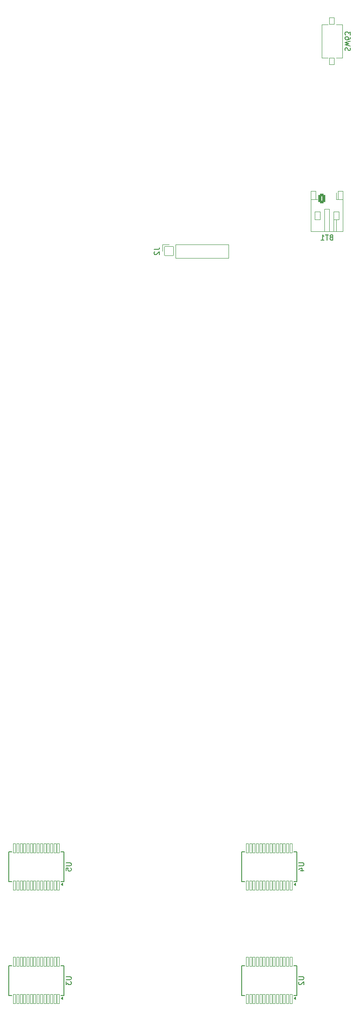
<source format=gbr>
%TF.GenerationSoftware,KiCad,Pcbnew,8.0.7*%
%TF.CreationDate,2024-12-27T14:43:48-05:00*%
%TF.ProjectId,rp2040-programmer-calculator,72703230-3430-42d7-9072-6f6772616d6d,rev?*%
%TF.SameCoordinates,Original*%
%TF.FileFunction,Legend,Bot*%
%TF.FilePolarity,Positive*%
%FSLAX46Y46*%
G04 Gerber Fmt 4.6, Leading zero omitted, Abs format (unit mm)*
G04 Created by KiCad (PCBNEW 8.0.7) date 2024-12-27 14:43:48*
%MOMM*%
%LPD*%
G01*
G04 APERTURE LIST*
G04 Aperture macros list*
%AMRoundRect*
0 Rectangle with rounded corners*
0 $1 Rounding radius*
0 $2 $3 $4 $5 $6 $7 $8 $9 X,Y pos of 4 corners*
0 Add a 4 corners polygon primitive as box body*
4,1,4,$2,$3,$4,$5,$6,$7,$8,$9,$2,$3,0*
0 Add four circle primitives for the rounded corners*
1,1,$1+$1,$2,$3*
1,1,$1+$1,$4,$5*
1,1,$1+$1,$6,$7*
1,1,$1+$1,$8,$9*
0 Add four rect primitives between the rounded corners*
20,1,$1+$1,$2,$3,$4,$5,0*
20,1,$1+$1,$4,$5,$6,$7,0*
20,1,$1+$1,$6,$7,$8,$9,0*
20,1,$1+$1,$8,$9,$2,$3,0*%
G04 Aperture macros list end*
%ADD10C,0.150000*%
%ADD11C,0.120000*%
%ADD12C,0.100000*%
%ADD13C,1.777800*%
%ADD14C,3.505000*%
%ADD15C,1.066600*%
%ADD16C,2.108000*%
%ADD17RoundRect,0.038000X0.850000X-0.850000X0.850000X0.850000X-0.850000X0.850000X-0.850000X-0.850000X0*%
%ADD18O,1.776000X1.776000*%
%ADD19C,0.726000*%
%ADD20O,2.176000X1.076000*%
%ADD21O,1.876000X1.076000*%
%ADD22RoundRect,0.038000X0.500000X-0.625000X0.500000X0.625000X-0.500000X0.625000X-0.500000X-0.625000X0*%
%ADD23RoundRect,0.265833X0.372167X0.647167X-0.372167X0.647167X-0.372167X-0.647167X0.372167X-0.647167X0*%
%ADD24O,1.276000X1.826000*%
%ADD25RoundRect,0.038000X0.225000X-0.875000X0.225000X0.875000X-0.225000X0.875000X-0.225000X-0.875000X0*%
%ADD26RoundRect,0.038000X-0.850000X0.850000X-0.850000X-0.850000X0.850000X-0.850000X0.850000X0.850000X0*%
G04 APERTURE END LIST*
D10*
X123241800Y-36405523D02*
X123194180Y-36262666D01*
X123194180Y-36262666D02*
X123194180Y-36024571D01*
X123194180Y-36024571D02*
X123241800Y-35929333D01*
X123241800Y-35929333D02*
X123289419Y-35881714D01*
X123289419Y-35881714D02*
X123384657Y-35834095D01*
X123384657Y-35834095D02*
X123479895Y-35834095D01*
X123479895Y-35834095D02*
X123575133Y-35881714D01*
X123575133Y-35881714D02*
X123622752Y-35929333D01*
X123622752Y-35929333D02*
X123670371Y-36024571D01*
X123670371Y-36024571D02*
X123717990Y-36215047D01*
X123717990Y-36215047D02*
X123765609Y-36310285D01*
X123765609Y-36310285D02*
X123813228Y-36357904D01*
X123813228Y-36357904D02*
X123908466Y-36405523D01*
X123908466Y-36405523D02*
X124003704Y-36405523D01*
X124003704Y-36405523D02*
X124098942Y-36357904D01*
X124098942Y-36357904D02*
X124146561Y-36310285D01*
X124146561Y-36310285D02*
X124194180Y-36215047D01*
X124194180Y-36215047D02*
X124194180Y-35976952D01*
X124194180Y-35976952D02*
X124146561Y-35834095D01*
X124194180Y-35500761D02*
X123194180Y-35262666D01*
X123194180Y-35262666D02*
X123908466Y-35072190D01*
X123908466Y-35072190D02*
X123194180Y-34881714D01*
X123194180Y-34881714D02*
X124194180Y-34643619D01*
X124194180Y-33834095D02*
X124194180Y-34024571D01*
X124194180Y-34024571D02*
X124146561Y-34119809D01*
X124146561Y-34119809D02*
X124098942Y-34167428D01*
X124098942Y-34167428D02*
X123956085Y-34262666D01*
X123956085Y-34262666D02*
X123765609Y-34310285D01*
X123765609Y-34310285D02*
X123384657Y-34310285D01*
X123384657Y-34310285D02*
X123289419Y-34262666D01*
X123289419Y-34262666D02*
X123241800Y-34215047D01*
X123241800Y-34215047D02*
X123194180Y-34119809D01*
X123194180Y-34119809D02*
X123194180Y-33929333D01*
X123194180Y-33929333D02*
X123241800Y-33834095D01*
X123241800Y-33834095D02*
X123289419Y-33786476D01*
X123289419Y-33786476D02*
X123384657Y-33738857D01*
X123384657Y-33738857D02*
X123622752Y-33738857D01*
X123622752Y-33738857D02*
X123717990Y-33786476D01*
X123717990Y-33786476D02*
X123765609Y-33834095D01*
X123765609Y-33834095D02*
X123813228Y-33929333D01*
X123813228Y-33929333D02*
X123813228Y-34119809D01*
X123813228Y-34119809D02*
X123765609Y-34215047D01*
X123765609Y-34215047D02*
X123717990Y-34262666D01*
X123717990Y-34262666D02*
X123622752Y-34310285D01*
X124194180Y-33405523D02*
X124194180Y-32786476D01*
X124194180Y-32786476D02*
X123813228Y-33119809D01*
X123813228Y-33119809D02*
X123813228Y-32976952D01*
X123813228Y-32976952D02*
X123765609Y-32881714D01*
X123765609Y-32881714D02*
X123717990Y-32834095D01*
X123717990Y-32834095D02*
X123622752Y-32786476D01*
X123622752Y-32786476D02*
X123384657Y-32786476D01*
X123384657Y-32786476D02*
X123289419Y-32834095D01*
X123289419Y-32834095D02*
X123241800Y-32881714D01*
X123241800Y-32881714D02*
X123194180Y-32976952D01*
X123194180Y-32976952D02*
X123194180Y-33262666D01*
X123194180Y-33262666D02*
X123241800Y-33357904D01*
X123241800Y-33357904D02*
X123289419Y-33405523D01*
X120485714Y-72481009D02*
X120342857Y-72528628D01*
X120342857Y-72528628D02*
X120295238Y-72576247D01*
X120295238Y-72576247D02*
X120247619Y-72671485D01*
X120247619Y-72671485D02*
X120247619Y-72814342D01*
X120247619Y-72814342D02*
X120295238Y-72909580D01*
X120295238Y-72909580D02*
X120342857Y-72957200D01*
X120342857Y-72957200D02*
X120438095Y-73004819D01*
X120438095Y-73004819D02*
X120819047Y-73004819D01*
X120819047Y-73004819D02*
X120819047Y-72004819D01*
X120819047Y-72004819D02*
X120485714Y-72004819D01*
X120485714Y-72004819D02*
X120390476Y-72052438D01*
X120390476Y-72052438D02*
X120342857Y-72100057D01*
X120342857Y-72100057D02*
X120295238Y-72195295D01*
X120295238Y-72195295D02*
X120295238Y-72290533D01*
X120295238Y-72290533D02*
X120342857Y-72385771D01*
X120342857Y-72385771D02*
X120390476Y-72433390D01*
X120390476Y-72433390D02*
X120485714Y-72481009D01*
X120485714Y-72481009D02*
X120819047Y-72481009D01*
X119961904Y-72004819D02*
X119390476Y-72004819D01*
X119676190Y-73004819D02*
X119676190Y-72004819D01*
X118533333Y-73004819D02*
X119104761Y-73004819D01*
X118819047Y-73004819D02*
X118819047Y-72004819D01*
X118819047Y-72004819D02*
X118914285Y-72147676D01*
X118914285Y-72147676D02*
X119009523Y-72242914D01*
X119009523Y-72242914D02*
X119104761Y-72290533D01*
X114204819Y-215363095D02*
X115014342Y-215363095D01*
X115014342Y-215363095D02*
X115109580Y-215410714D01*
X115109580Y-215410714D02*
X115157200Y-215458333D01*
X115157200Y-215458333D02*
X115204819Y-215553571D01*
X115204819Y-215553571D02*
X115204819Y-215744047D01*
X115204819Y-215744047D02*
X115157200Y-215839285D01*
X115157200Y-215839285D02*
X115109580Y-215886904D01*
X115109580Y-215886904D02*
X115014342Y-215934523D01*
X115014342Y-215934523D02*
X114204819Y-215934523D01*
X114300057Y-216363095D02*
X114252438Y-216410714D01*
X114252438Y-216410714D02*
X114204819Y-216505952D01*
X114204819Y-216505952D02*
X114204819Y-216744047D01*
X114204819Y-216744047D02*
X114252438Y-216839285D01*
X114252438Y-216839285D02*
X114300057Y-216886904D01*
X114300057Y-216886904D02*
X114395295Y-216934523D01*
X114395295Y-216934523D02*
X114490533Y-216934523D01*
X114490533Y-216934523D02*
X114633390Y-216886904D01*
X114633390Y-216886904D02*
X115204819Y-216315476D01*
X115204819Y-216315476D02*
X115204819Y-216934523D01*
X69204819Y-215363095D02*
X70014342Y-215363095D01*
X70014342Y-215363095D02*
X70109580Y-215410714D01*
X70109580Y-215410714D02*
X70157200Y-215458333D01*
X70157200Y-215458333D02*
X70204819Y-215553571D01*
X70204819Y-215553571D02*
X70204819Y-215744047D01*
X70204819Y-215744047D02*
X70157200Y-215839285D01*
X70157200Y-215839285D02*
X70109580Y-215886904D01*
X70109580Y-215886904D02*
X70014342Y-215934523D01*
X70014342Y-215934523D02*
X69204819Y-215934523D01*
X69204819Y-216315476D02*
X69204819Y-216934523D01*
X69204819Y-216934523D02*
X69585771Y-216601190D01*
X69585771Y-216601190D02*
X69585771Y-216744047D01*
X69585771Y-216744047D02*
X69633390Y-216839285D01*
X69633390Y-216839285D02*
X69681009Y-216886904D01*
X69681009Y-216886904D02*
X69776247Y-216934523D01*
X69776247Y-216934523D02*
X70014342Y-216934523D01*
X70014342Y-216934523D02*
X70109580Y-216886904D01*
X70109580Y-216886904D02*
X70157200Y-216839285D01*
X70157200Y-216839285D02*
X70204819Y-216744047D01*
X70204819Y-216744047D02*
X70204819Y-216458333D01*
X70204819Y-216458333D02*
X70157200Y-216363095D01*
X70157200Y-216363095D02*
X70109580Y-216315476D01*
X86278819Y-74850666D02*
X86993104Y-74850666D01*
X86993104Y-74850666D02*
X87135961Y-74803047D01*
X87135961Y-74803047D02*
X87231200Y-74707809D01*
X87231200Y-74707809D02*
X87278819Y-74564952D01*
X87278819Y-74564952D02*
X87278819Y-74469714D01*
X86374057Y-75279238D02*
X86326438Y-75326857D01*
X86326438Y-75326857D02*
X86278819Y-75422095D01*
X86278819Y-75422095D02*
X86278819Y-75660190D01*
X86278819Y-75660190D02*
X86326438Y-75755428D01*
X86326438Y-75755428D02*
X86374057Y-75803047D01*
X86374057Y-75803047D02*
X86469295Y-75850666D01*
X86469295Y-75850666D02*
X86564533Y-75850666D01*
X86564533Y-75850666D02*
X86707390Y-75803047D01*
X86707390Y-75803047D02*
X87278819Y-75231619D01*
X87278819Y-75231619D02*
X87278819Y-75850666D01*
X69204819Y-193363095D02*
X70014342Y-193363095D01*
X70014342Y-193363095D02*
X70109580Y-193410714D01*
X70109580Y-193410714D02*
X70157200Y-193458333D01*
X70157200Y-193458333D02*
X70204819Y-193553571D01*
X70204819Y-193553571D02*
X70204819Y-193744047D01*
X70204819Y-193744047D02*
X70157200Y-193839285D01*
X70157200Y-193839285D02*
X70109580Y-193886904D01*
X70109580Y-193886904D02*
X70014342Y-193934523D01*
X70014342Y-193934523D02*
X69204819Y-193934523D01*
X69204819Y-194886904D02*
X69204819Y-194410714D01*
X69204819Y-194410714D02*
X69681009Y-194363095D01*
X69681009Y-194363095D02*
X69633390Y-194410714D01*
X69633390Y-194410714D02*
X69585771Y-194505952D01*
X69585771Y-194505952D02*
X69585771Y-194744047D01*
X69585771Y-194744047D02*
X69633390Y-194839285D01*
X69633390Y-194839285D02*
X69681009Y-194886904D01*
X69681009Y-194886904D02*
X69776247Y-194934523D01*
X69776247Y-194934523D02*
X70014342Y-194934523D01*
X70014342Y-194934523D02*
X70109580Y-194886904D01*
X70109580Y-194886904D02*
X70157200Y-194839285D01*
X70157200Y-194839285D02*
X70204819Y-194744047D01*
X70204819Y-194744047D02*
X70204819Y-194505952D01*
X70204819Y-194505952D02*
X70157200Y-194410714D01*
X70157200Y-194410714D02*
X70109580Y-194363095D01*
X114204819Y-193363095D02*
X115014342Y-193363095D01*
X115014342Y-193363095D02*
X115109580Y-193410714D01*
X115109580Y-193410714D02*
X115157200Y-193458333D01*
X115157200Y-193458333D02*
X115204819Y-193553571D01*
X115204819Y-193553571D02*
X115204819Y-193744047D01*
X115204819Y-193744047D02*
X115157200Y-193839285D01*
X115157200Y-193839285D02*
X115109580Y-193886904D01*
X115109580Y-193886904D02*
X115014342Y-193934523D01*
X115014342Y-193934523D02*
X114204819Y-193934523D01*
X114538152Y-194839285D02*
X115204819Y-194839285D01*
X114157200Y-194601190D02*
X114871485Y-194363095D01*
X114871485Y-194363095D02*
X114871485Y-194982142D01*
D11*
%TO.C,SW63*%
X118649000Y-31396000D02*
X118649000Y-37796000D01*
X118649000Y-37796000D02*
X119849000Y-37796000D01*
X119849000Y-31396000D02*
X118649000Y-31396000D01*
X121449000Y-37796000D02*
X122649000Y-37796000D01*
X122649000Y-31396000D02*
X121449000Y-31396000D01*
X122649000Y-37796000D02*
X122649000Y-31396000D01*
%TO.C,BT1*%
X116590000Y-63540000D02*
X116590000Y-71360000D01*
X116590000Y-71360000D02*
X122710000Y-71360000D01*
X117350000Y-67500000D02*
X118350000Y-67500000D01*
X117350000Y-69100000D02*
X117350000Y-67500000D01*
X117510000Y-63540000D02*
X116590000Y-63540000D01*
X117510000Y-65140000D02*
X116590000Y-65140000D01*
X117510000Y-65140000D02*
X117510000Y-63540000D01*
X117790000Y-65140000D02*
X117510000Y-65140000D01*
X118350000Y-67500000D02*
X118350000Y-69100000D01*
X118350000Y-69100000D02*
X117350000Y-69100000D01*
X119150000Y-67000000D02*
X120150000Y-67000000D01*
X119150000Y-71360000D02*
X119150000Y-67000000D01*
X120150000Y-67000000D02*
X120150000Y-71360000D01*
X120950000Y-67500000D02*
X120950000Y-69100000D01*
X120950000Y-69100000D02*
X121950000Y-69100000D01*
X120950000Y-71360000D02*
X120950000Y-69100000D01*
X121450000Y-71360000D02*
X121450000Y-69100000D01*
X121510000Y-63925000D02*
X121510000Y-65140000D01*
X121790000Y-63540000D02*
X121790000Y-65140000D01*
X121790000Y-65140000D02*
X121510000Y-65140000D01*
X121790000Y-65140000D02*
X122710000Y-65140000D01*
X121950000Y-67500000D02*
X120950000Y-67500000D01*
X121950000Y-69100000D02*
X121950000Y-67500000D01*
X122710000Y-63540000D02*
X121790000Y-63540000D01*
X122710000Y-71360000D02*
X122710000Y-63540000D01*
D10*
%TO.C,U2*%
X103175000Y-213250000D02*
X103175000Y-219000000D01*
X103175000Y-213250000D02*
X103750000Y-213250000D01*
X103175000Y-219000000D02*
X103750000Y-219000000D01*
X113250000Y-213250000D02*
X113825000Y-213250000D01*
X113250000Y-219000000D02*
X113825000Y-219000000D01*
X113825000Y-213250000D02*
X113825000Y-219000000D01*
D11*
X113580000Y-219740000D02*
X113250000Y-219500000D01*
X113580000Y-219260000D01*
X113580000Y-219740000D01*
G36*
X113580000Y-219740000D02*
G01*
X113250000Y-219500000D01*
X113580000Y-219260000D01*
X113580000Y-219740000D01*
G37*
D10*
%TO.C,U3*%
X58175000Y-213250000D02*
X58175000Y-219000000D01*
X58175000Y-213250000D02*
X58750000Y-213250000D01*
X58175000Y-219000000D02*
X58750000Y-219000000D01*
X68250000Y-213250000D02*
X68825000Y-213250000D01*
X68250000Y-219000000D02*
X68825000Y-219000000D01*
X68825000Y-213250000D02*
X68825000Y-219000000D01*
D11*
X68580000Y-219740000D02*
X68250000Y-219500000D01*
X68580000Y-219260000D01*
X68580000Y-219740000D01*
G36*
X68580000Y-219740000D02*
G01*
X68250000Y-219500000D01*
X68580000Y-219260000D01*
X68580000Y-219740000D01*
G37*
D12*
%TO.C,J2*%
X87824000Y-73854000D02*
X89154000Y-73854000D01*
X87824000Y-75184000D02*
X87824000Y-73854000D01*
X90424000Y-76514000D02*
X90424000Y-73854000D01*
X100644000Y-73854000D02*
X90424000Y-73854000D01*
X100644000Y-76514000D02*
X90424000Y-76514000D01*
X100644000Y-76514000D02*
X100644000Y-73854000D01*
D10*
%TO.C,U5*%
X58175000Y-191250000D02*
X58175000Y-197000000D01*
X58175000Y-191250000D02*
X58750000Y-191250000D01*
X58175000Y-197000000D02*
X58750000Y-197000000D01*
X68250000Y-191250000D02*
X68825000Y-191250000D01*
X68250000Y-197000000D02*
X68825000Y-197000000D01*
X68825000Y-191250000D02*
X68825000Y-197000000D01*
D11*
X68580000Y-197740000D02*
X68250000Y-197500000D01*
X68580000Y-197260000D01*
X68580000Y-197740000D01*
G36*
X68580000Y-197740000D02*
G01*
X68250000Y-197500000D01*
X68580000Y-197260000D01*
X68580000Y-197740000D01*
G37*
D10*
%TO.C,U4*%
X103175000Y-191250000D02*
X103175000Y-197000000D01*
X103175000Y-191250000D02*
X103750000Y-191250000D01*
X103175000Y-197000000D02*
X103750000Y-197000000D01*
X113250000Y-191250000D02*
X113825000Y-191250000D01*
X113250000Y-197000000D02*
X113825000Y-197000000D01*
X113825000Y-191250000D02*
X113825000Y-197000000D01*
D11*
X113580000Y-197740000D02*
X113250000Y-197500000D01*
X113580000Y-197260000D01*
X113580000Y-197740000D01*
G36*
X113580000Y-197740000D02*
G01*
X113250000Y-197500000D01*
X113580000Y-197260000D01*
X113580000Y-197740000D01*
G37*
%TD*%
%LPC*%
D13*
%TO.C,SW53*%
X44500000Y-158000000D03*
D14*
X50000000Y-158000000D03*
D15*
X55220000Y-153800000D03*
D13*
X55500000Y-158000000D03*
D16*
X50000000Y-163900000D03*
X45000000Y-161800000D03*
%TD*%
D13*
%TO.C,SW55*%
X80500000Y-158000000D03*
D14*
X86000000Y-158000000D03*
D15*
X91220000Y-153800000D03*
D13*
X91500000Y-158000000D03*
D16*
X86000000Y-163900000D03*
X81000000Y-161800000D03*
%TD*%
D13*
%TO.C,SW59*%
X62500000Y-175000000D03*
D14*
X68000000Y-175000000D03*
D15*
X73220000Y-170800000D03*
D13*
X73500000Y-175000000D03*
D16*
X68000000Y-180900000D03*
X63000000Y-178800000D03*
%TD*%
D13*
%TO.C,SW46*%
X98500000Y-124000000D03*
D14*
X104000000Y-124000000D03*
D15*
X109220000Y-119800000D03*
D13*
X109500000Y-124000000D03*
D16*
X104000000Y-129900000D03*
X99000000Y-127800000D03*
%TD*%
D13*
%TO.C,SW40*%
X80500000Y-107000000D03*
D14*
X86000000Y-107000000D03*
D15*
X91220000Y-102800000D03*
D13*
X91500000Y-107000000D03*
D16*
X86000000Y-112900000D03*
X81000000Y-110800000D03*
%TD*%
D13*
%TO.C,SW48*%
X44500000Y-141000000D03*
D14*
X50000000Y-141000000D03*
D15*
X55220000Y-136800000D03*
D13*
X55500000Y-141000000D03*
D16*
X50000000Y-146900000D03*
X45000000Y-144800000D03*
%TD*%
D13*
%TO.C,SW49*%
X62500000Y-141000000D03*
D14*
X68000000Y-141000000D03*
D15*
X73220000Y-136800000D03*
D13*
X73500000Y-141000000D03*
D16*
X68000000Y-146900000D03*
X63000000Y-144800000D03*
%TD*%
D13*
%TO.C,SW42*%
X116500000Y-107000000D03*
D14*
X122000000Y-107000000D03*
D15*
X127220000Y-102800000D03*
D13*
X127500000Y-107000000D03*
D16*
X122000000Y-112900000D03*
X117000000Y-110800000D03*
%TD*%
D13*
%TO.C,SW43*%
X44500000Y-124000000D03*
D14*
X50000000Y-124000000D03*
D15*
X55220000Y-119800000D03*
D13*
X55500000Y-124000000D03*
D16*
X50000000Y-129900000D03*
X45000000Y-127800000D03*
%TD*%
D13*
%TO.C,SW58*%
X44500000Y-175000000D03*
D14*
X50000000Y-175000000D03*
D15*
X55220000Y-170800000D03*
D13*
X55500000Y-175000000D03*
D16*
X50000000Y-180900000D03*
X45000000Y-178800000D03*
%TD*%
D13*
%TO.C,SW54*%
X62500000Y-158000000D03*
D14*
X68000000Y-158000000D03*
D15*
X73220000Y-153800000D03*
D13*
X73500000Y-158000000D03*
D16*
X68000000Y-163900000D03*
X63000000Y-161800000D03*
%TD*%
D13*
%TO.C,SW47*%
X116500000Y-124000000D03*
D14*
X122000000Y-124000000D03*
D15*
X127220000Y-119800000D03*
D13*
X127500000Y-124000000D03*
D16*
X122000000Y-129900000D03*
X117000000Y-127800000D03*
%TD*%
D13*
%TO.C,SW56*%
X98500000Y-158000000D03*
D14*
X104000000Y-158000000D03*
D15*
X109220000Y-153800000D03*
D13*
X109500000Y-158000000D03*
D16*
X104000000Y-163900000D03*
X99000000Y-161800000D03*
%TD*%
D13*
%TO.C,SW38*%
X44500000Y-107000000D03*
D14*
X50000000Y-107000000D03*
D15*
X55220000Y-102800000D03*
D13*
X55500000Y-107000000D03*
D16*
X50000000Y-112900000D03*
X45000000Y-110800000D03*
%TD*%
D13*
%TO.C,SW62*%
X116500000Y-175000000D03*
D14*
X122000000Y-175000000D03*
D15*
X127220000Y-170800000D03*
D13*
X127500000Y-175000000D03*
D16*
X122000000Y-180900000D03*
X117000000Y-178800000D03*
%TD*%
D13*
%TO.C,SW44*%
X62500000Y-124000000D03*
D14*
X68000000Y-124000000D03*
D15*
X73220000Y-119800000D03*
D13*
X73500000Y-124000000D03*
D16*
X68000000Y-129900000D03*
X63000000Y-127800000D03*
%TD*%
D13*
%TO.C,SW33*%
X44500000Y-90000000D03*
D14*
X50000000Y-90000000D03*
D15*
X55220000Y-85800000D03*
D13*
X55500000Y-90000000D03*
D16*
X50000000Y-95900000D03*
X45000000Y-93800000D03*
%TD*%
D13*
%TO.C,SW34*%
X62500000Y-90000000D03*
D14*
X68000000Y-90000000D03*
D15*
X73220000Y-85800000D03*
D13*
X73500000Y-90000000D03*
D16*
X68000000Y-95900000D03*
X63000000Y-93800000D03*
%TD*%
D13*
%TO.C,SW35*%
X80500000Y-90000000D03*
D14*
X86000000Y-90000000D03*
D15*
X91220000Y-85800000D03*
D13*
X91500000Y-90000000D03*
D16*
X86000000Y-95900000D03*
X81000000Y-93800000D03*
%TD*%
D17*
%TO.C,U7*%
X62000000Y-23000000D03*
D18*
X64540000Y-23000000D03*
X67080000Y-23000000D03*
X69620000Y-23000000D03*
X72160000Y-23000000D03*
X74700000Y-23000000D03*
X77240000Y-23000000D03*
X79780000Y-23000000D03*
X82320000Y-23000000D03*
X84860000Y-23000000D03*
X87400000Y-23000000D03*
X89940000Y-23000000D03*
X92480000Y-23000000D03*
X95020000Y-23000000D03*
X97560000Y-23000000D03*
X100100000Y-23000000D03*
X102640000Y-23000000D03*
X105180000Y-23000000D03*
X107720000Y-23000000D03*
X110260000Y-23000000D03*
%TD*%
D13*
%TO.C,SW39*%
X62500000Y-107000000D03*
D14*
X68000000Y-107000000D03*
D15*
X73220000Y-102800000D03*
D13*
X73500000Y-107000000D03*
D16*
X68000000Y-112900000D03*
X63000000Y-110800000D03*
%TD*%
D13*
%TO.C,SW61*%
X98500000Y-175000000D03*
D14*
X104000000Y-175000000D03*
D15*
X109220000Y-170800000D03*
D13*
X109500000Y-175000000D03*
D16*
X104000000Y-180900000D03*
X99000000Y-178800000D03*
%TD*%
D13*
%TO.C,SW60*%
X80500000Y-175000000D03*
D14*
X86000000Y-175000000D03*
D15*
X91220000Y-170800000D03*
D13*
X91500000Y-175000000D03*
D16*
X86000000Y-180900000D03*
X81000000Y-178800000D03*
%TD*%
D13*
%TO.C,SW57*%
X116500000Y-158000000D03*
D14*
X122000000Y-158000000D03*
D15*
X127220000Y-153800000D03*
D13*
X127500000Y-158000000D03*
D16*
X122000000Y-163900000D03*
X117000000Y-161800000D03*
%TD*%
D13*
%TO.C,SW41*%
X98500000Y-107000000D03*
D14*
X104000000Y-107000000D03*
D15*
X109220000Y-102800000D03*
D13*
X109500000Y-107000000D03*
D16*
X104000000Y-112900000D03*
X99000000Y-110800000D03*
%TD*%
D13*
%TO.C,SW51*%
X98500000Y-141000000D03*
D14*
X104000000Y-141000000D03*
D15*
X109220000Y-136800000D03*
D13*
X109500000Y-141000000D03*
D16*
X104000000Y-146900000D03*
X99000000Y-144800000D03*
%TD*%
D13*
%TO.C,SW36*%
X98500000Y-90000000D03*
D14*
X104000000Y-90000000D03*
D15*
X109220000Y-85800000D03*
D13*
X109500000Y-90000000D03*
D16*
X104000000Y-95900000D03*
X99000000Y-93800000D03*
%TD*%
D13*
%TO.C,SW45*%
X80500000Y-124000000D03*
D14*
X86000000Y-124000000D03*
D15*
X91220000Y-119800000D03*
D13*
X91500000Y-124000000D03*
D16*
X86000000Y-129900000D03*
X81000000Y-127800000D03*
%TD*%
D19*
%TO.C,J1*%
X126738000Y-53180000D03*
X126738000Y-47400000D03*
D20*
X126238000Y-54610000D03*
D21*
X130418000Y-54610000D03*
D20*
X126238000Y-45970000D03*
D21*
X130418000Y-45970000D03*
%TD*%
D13*
%TO.C,SW37*%
X116500000Y-90000000D03*
D14*
X122000000Y-90000000D03*
D15*
X127220000Y-85800000D03*
D13*
X127500000Y-90000000D03*
D16*
X122000000Y-95900000D03*
X117000000Y-93800000D03*
%TD*%
D13*
%TO.C,SW50*%
X80500000Y-141000000D03*
D14*
X86000000Y-141000000D03*
D15*
X91220000Y-136800000D03*
D13*
X91500000Y-141000000D03*
D16*
X86000000Y-146900000D03*
X81000000Y-144800000D03*
%TD*%
D13*
%TO.C,SW52*%
X116500000Y-141000000D03*
D14*
X122000000Y-141000000D03*
D15*
X127220000Y-136800000D03*
D13*
X127500000Y-141000000D03*
D16*
X122000000Y-146900000D03*
X117000000Y-144800000D03*
%TD*%
D22*
%TO.C,SW63*%
X120649000Y-38471000D03*
X120649000Y-30721000D03*
%TD*%
D23*
%TO.C,BT1*%
X118650000Y-65000000D03*
D24*
X120650000Y-65000000D03*
%TD*%
D25*
%TO.C,U2*%
X112725000Y-219725000D03*
X112075000Y-219725000D03*
X111425000Y-219725000D03*
X110775000Y-219725000D03*
X110125000Y-219725000D03*
X109475000Y-219725000D03*
X108825000Y-219725000D03*
X108175000Y-219725000D03*
X107525000Y-219725000D03*
X106875000Y-219725000D03*
X106225000Y-219725000D03*
X105575000Y-219725000D03*
X104925000Y-219725000D03*
X104275000Y-219725000D03*
X104275000Y-212525000D03*
X104925000Y-212525000D03*
X105575000Y-212525000D03*
X106225000Y-212525000D03*
X106875000Y-212525000D03*
X107525000Y-212525000D03*
X108175000Y-212525000D03*
X108825000Y-212525000D03*
X109475000Y-212525000D03*
X110125000Y-212525000D03*
X110775000Y-212525000D03*
X111425000Y-212525000D03*
X112075000Y-212525000D03*
X112725000Y-212525000D03*
%TD*%
%TO.C,U3*%
X67725000Y-219725000D03*
X67075000Y-219725000D03*
X66425000Y-219725000D03*
X65775000Y-219725000D03*
X65125000Y-219725000D03*
X64475000Y-219725000D03*
X63825000Y-219725000D03*
X63175000Y-219725000D03*
X62525000Y-219725000D03*
X61875000Y-219725000D03*
X61225000Y-219725000D03*
X60575000Y-219725000D03*
X59925000Y-219725000D03*
X59275000Y-219725000D03*
X59275000Y-212525000D03*
X59925000Y-212525000D03*
X60575000Y-212525000D03*
X61225000Y-212525000D03*
X61875000Y-212525000D03*
X62525000Y-212525000D03*
X63175000Y-212525000D03*
X63825000Y-212525000D03*
X64475000Y-212525000D03*
X65125000Y-212525000D03*
X65775000Y-212525000D03*
X66425000Y-212525000D03*
X67075000Y-212525000D03*
X67725000Y-212525000D03*
%TD*%
D26*
%TO.C,J2*%
X89154000Y-75184000D03*
D18*
X91694000Y-75184000D03*
X94234000Y-75184000D03*
X96774000Y-75184000D03*
X99314000Y-75184000D03*
%TD*%
D25*
%TO.C,U5*%
X67725000Y-197725000D03*
X67075000Y-197725000D03*
X66425000Y-197725000D03*
X65775000Y-197725000D03*
X65125000Y-197725000D03*
X64475000Y-197725000D03*
X63825000Y-197725000D03*
X63175000Y-197725000D03*
X62525000Y-197725000D03*
X61875000Y-197725000D03*
X61225000Y-197725000D03*
X60575000Y-197725000D03*
X59925000Y-197725000D03*
X59275000Y-197725000D03*
X59275000Y-190525000D03*
X59925000Y-190525000D03*
X60575000Y-190525000D03*
X61225000Y-190525000D03*
X61875000Y-190525000D03*
X62525000Y-190525000D03*
X63175000Y-190525000D03*
X63825000Y-190525000D03*
X64475000Y-190525000D03*
X65125000Y-190525000D03*
X65775000Y-190525000D03*
X66425000Y-190525000D03*
X67075000Y-190525000D03*
X67725000Y-190525000D03*
%TD*%
%TO.C,U4*%
X112725000Y-197725000D03*
X112075000Y-197725000D03*
X111425000Y-197725000D03*
X110775000Y-197725000D03*
X110125000Y-197725000D03*
X109475000Y-197725000D03*
X108825000Y-197725000D03*
X108175000Y-197725000D03*
X107525000Y-197725000D03*
X106875000Y-197725000D03*
X106225000Y-197725000D03*
X105575000Y-197725000D03*
X104925000Y-197725000D03*
X104275000Y-197725000D03*
X104275000Y-190525000D03*
X104925000Y-190525000D03*
X105575000Y-190525000D03*
X106225000Y-190525000D03*
X106875000Y-190525000D03*
X107525000Y-190525000D03*
X108175000Y-190525000D03*
X108825000Y-190525000D03*
X109475000Y-190525000D03*
X110125000Y-190525000D03*
X110775000Y-190525000D03*
X111425000Y-190525000D03*
X112075000Y-190525000D03*
X112725000Y-190525000D03*
%TD*%
%LPD*%
M02*

</source>
